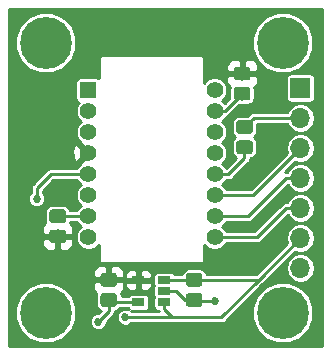
<source format=gbr>
G04 #@! TF.GenerationSoftware,KiCad,Pcbnew,(5.0.0-rc3-dev)*
G04 #@! TF.CreationDate,2018-07-03T21:02:48+03:00*
G04 #@! TF.ProjectId,board,626F6172642E6B696361645F70636200,v0.1*
G04 #@! TF.SameCoordinates,Original*
G04 #@! TF.FileFunction,Copper,L2,Bot,Signal*
G04 #@! TF.FilePolarity,Positive*
%FSLAX46Y46*%
G04 Gerber Fmt 4.6, Leading zero omitted, Abs format (unit mm)*
G04 Created by KiCad (PCBNEW (5.0.0-rc3-dev)) date Tue Jul  3 21:02:48 2018*
%MOMM*%
%LPD*%
G01*
G04 APERTURE LIST*
G04 #@! TA.AperFunction,ComponentPad*
%ADD10C,0.700000*%
G04 #@! TD*
G04 #@! TA.AperFunction,ComponentPad*
%ADD11C,4.400000*%
G04 #@! TD*
G04 #@! TA.AperFunction,ComponentPad*
%ADD12R,1.700000X1.700000*%
G04 #@! TD*
G04 #@! TA.AperFunction,ComponentPad*
%ADD13O,1.700000X1.700000*%
G04 #@! TD*
G04 #@! TA.AperFunction,Conductor*
%ADD14C,0.100000*%
G04 #@! TD*
G04 #@! TA.AperFunction,SMDPad,CuDef*
%ADD15C,1.150000*%
G04 #@! TD*
G04 #@! TA.AperFunction,SMDPad,CuDef*
%ADD16R,1.060000X0.650000*%
G04 #@! TD*
G04 #@! TA.AperFunction,ComponentPad*
%ADD17C,1.400000*%
G04 #@! TD*
G04 #@! TA.AperFunction,ComponentPad*
%ADD18R,1.400000X1.400000*%
G04 #@! TD*
G04 #@! TA.AperFunction,ViaPad*
%ADD19C,0.685800*%
G04 #@! TD*
G04 #@! TA.AperFunction,Conductor*
%ADD20C,0.254000*%
G04 #@! TD*
G04 APERTURE END LIST*
D10*
G04 #@! TO.P,J6,1*
G04 #@! TO.N,Net-(J6-Pad1)*
X140612726Y-48363274D03*
X139446000Y-47880000D03*
X138279274Y-48363274D03*
X137796000Y-49530000D03*
X138279274Y-50696726D03*
X139446000Y-51180000D03*
X140612726Y-50696726D03*
X141096000Y-49530000D03*
D11*
X139446000Y-49530000D03*
G04 #@! TD*
G04 #@! TO.P,J5,1*
G04 #@! TO.N,Net-(J5-Pad1)*
X139446000Y-72390000D03*
D10*
X141096000Y-72390000D03*
X140612726Y-73556726D03*
X139446000Y-74040000D03*
X138279274Y-73556726D03*
X137796000Y-72390000D03*
X138279274Y-71223274D03*
X139446000Y-70740000D03*
X140612726Y-71223274D03*
G04 #@! TD*
G04 #@! TO.P,J4,1*
G04 #@! TO.N,Net-(J4-Pad1)*
X120546726Y-48363274D03*
X119380000Y-47880000D03*
X118213274Y-48363274D03*
X117730000Y-49530000D03*
X118213274Y-50696726D03*
X119380000Y-51180000D03*
X120546726Y-50696726D03*
X121030000Y-49530000D03*
D11*
X119380000Y-49530000D03*
G04 #@! TD*
G04 #@! TO.P,J3,1*
G04 #@! TO.N,Net-(J3-Pad1)*
X119380000Y-72390000D03*
D10*
X121030000Y-72390000D03*
X120546726Y-73556726D03*
X119380000Y-74040000D03*
X118213274Y-73556726D03*
X117730000Y-72390000D03*
X118213274Y-71223274D03*
X119380000Y-70740000D03*
X120546726Y-71223274D03*
G04 #@! TD*
D12*
G04 #@! TO.P,J2,1*
G04 #@! TO.N,/SS*
X140944600Y-53365400D03*
D13*
G04 #@! TO.P,J2,2*
G04 #@! TO.N,/MISO*
X140944600Y-55905400D03*
G04 #@! TO.P,J2,3*
G04 #@! TO.N,/MOSI*
X140944600Y-58445400D03*
G04 #@! TO.P,J2,4*
G04 #@! TO.N,/SCLK*
X140944600Y-60985400D03*
G04 #@! TO.P,J2,5*
G04 #@! TO.N,/MOTION*
X140944600Y-63525400D03*
G04 #@! TO.P,J2,6*
G04 #@! TO.N,+3V3*
X140944600Y-66065400D03*
G04 #@! TO.P,J2,7*
G04 #@! TO.N,GND*
X140944600Y-68605400D03*
G04 #@! TD*
D14*
G04 #@! TO.N,GND*
G04 #@! TO.C,C4*
G36*
X125188505Y-70729204D02*
X125212773Y-70732804D01*
X125236572Y-70738765D01*
X125259671Y-70747030D01*
X125281850Y-70757520D01*
X125302893Y-70770132D01*
X125322599Y-70784747D01*
X125340777Y-70801223D01*
X125357253Y-70819401D01*
X125371868Y-70839107D01*
X125384480Y-70860150D01*
X125394970Y-70882329D01*
X125403235Y-70905428D01*
X125409196Y-70929227D01*
X125412796Y-70953495D01*
X125414000Y-70977999D01*
X125414000Y-71628001D01*
X125412796Y-71652505D01*
X125409196Y-71676773D01*
X125403235Y-71700572D01*
X125394970Y-71723671D01*
X125384480Y-71745850D01*
X125371868Y-71766893D01*
X125357253Y-71786599D01*
X125340777Y-71804777D01*
X125322599Y-71821253D01*
X125302893Y-71835868D01*
X125281850Y-71848480D01*
X125259671Y-71858970D01*
X125236572Y-71867235D01*
X125212773Y-71873196D01*
X125188505Y-71876796D01*
X125164001Y-71878000D01*
X124263999Y-71878000D01*
X124239495Y-71876796D01*
X124215227Y-71873196D01*
X124191428Y-71867235D01*
X124168329Y-71858970D01*
X124146150Y-71848480D01*
X124125107Y-71835868D01*
X124105401Y-71821253D01*
X124087223Y-71804777D01*
X124070747Y-71786599D01*
X124056132Y-71766893D01*
X124043520Y-71745850D01*
X124033030Y-71723671D01*
X124024765Y-71700572D01*
X124018804Y-71676773D01*
X124015204Y-71652505D01*
X124014000Y-71628001D01*
X124014000Y-70977999D01*
X124015204Y-70953495D01*
X124018804Y-70929227D01*
X124024765Y-70905428D01*
X124033030Y-70882329D01*
X124043520Y-70860150D01*
X124056132Y-70839107D01*
X124070747Y-70819401D01*
X124087223Y-70801223D01*
X124105401Y-70784747D01*
X124125107Y-70770132D01*
X124146150Y-70757520D01*
X124168329Y-70747030D01*
X124191428Y-70738765D01*
X124215227Y-70732804D01*
X124239495Y-70729204D01*
X124263999Y-70728000D01*
X125164001Y-70728000D01*
X125188505Y-70729204D01*
X125188505Y-70729204D01*
G37*
D15*
G04 #@! TD*
G04 #@! TO.P,C4,2*
G04 #@! TO.N,GND*
X124714000Y-71303000D03*
D14*
G04 #@! TO.N,1.9V*
G04 #@! TO.C,C4*
G36*
X125188505Y-69029204D02*
X125212773Y-69032804D01*
X125236572Y-69038765D01*
X125259671Y-69047030D01*
X125281850Y-69057520D01*
X125302893Y-69070132D01*
X125322599Y-69084747D01*
X125340777Y-69101223D01*
X125357253Y-69119401D01*
X125371868Y-69139107D01*
X125384480Y-69160150D01*
X125394970Y-69182329D01*
X125403235Y-69205428D01*
X125409196Y-69229227D01*
X125412796Y-69253495D01*
X125414000Y-69277999D01*
X125414000Y-69928001D01*
X125412796Y-69952505D01*
X125409196Y-69976773D01*
X125403235Y-70000572D01*
X125394970Y-70023671D01*
X125384480Y-70045850D01*
X125371868Y-70066893D01*
X125357253Y-70086599D01*
X125340777Y-70104777D01*
X125322599Y-70121253D01*
X125302893Y-70135868D01*
X125281850Y-70148480D01*
X125259671Y-70158970D01*
X125236572Y-70167235D01*
X125212773Y-70173196D01*
X125188505Y-70176796D01*
X125164001Y-70178000D01*
X124263999Y-70178000D01*
X124239495Y-70176796D01*
X124215227Y-70173196D01*
X124191428Y-70167235D01*
X124168329Y-70158970D01*
X124146150Y-70148480D01*
X124125107Y-70135868D01*
X124105401Y-70121253D01*
X124087223Y-70104777D01*
X124070747Y-70086599D01*
X124056132Y-70066893D01*
X124043520Y-70045850D01*
X124033030Y-70023671D01*
X124024765Y-70000572D01*
X124018804Y-69976773D01*
X124015204Y-69952505D01*
X124014000Y-69928001D01*
X124014000Y-69277999D01*
X124015204Y-69253495D01*
X124018804Y-69229227D01*
X124024765Y-69205428D01*
X124033030Y-69182329D01*
X124043520Y-69160150D01*
X124056132Y-69139107D01*
X124070747Y-69119401D01*
X124087223Y-69101223D01*
X124105401Y-69084747D01*
X124125107Y-69070132D01*
X124146150Y-69057520D01*
X124168329Y-69047030D01*
X124191428Y-69038765D01*
X124215227Y-69032804D01*
X124239495Y-69029204D01*
X124263999Y-69028000D01*
X125164001Y-69028000D01*
X125188505Y-69029204D01*
X125188505Y-69029204D01*
G37*
D15*
G04 #@! TD*
G04 #@! TO.P,C4,1*
G04 #@! TO.N,1.9V*
X124714000Y-69603000D03*
D14*
G04 #@! TO.N,+3V3*
G04 #@! TO.C,C3*
G36*
X132427505Y-69029204D02*
X132451773Y-69032804D01*
X132475572Y-69038765D01*
X132498671Y-69047030D01*
X132520850Y-69057520D01*
X132541893Y-69070132D01*
X132561599Y-69084747D01*
X132579777Y-69101223D01*
X132596253Y-69119401D01*
X132610868Y-69139107D01*
X132623480Y-69160150D01*
X132633970Y-69182329D01*
X132642235Y-69205428D01*
X132648196Y-69229227D01*
X132651796Y-69253495D01*
X132653000Y-69277999D01*
X132653000Y-69928001D01*
X132651796Y-69952505D01*
X132648196Y-69976773D01*
X132642235Y-70000572D01*
X132633970Y-70023671D01*
X132623480Y-70045850D01*
X132610868Y-70066893D01*
X132596253Y-70086599D01*
X132579777Y-70104777D01*
X132561599Y-70121253D01*
X132541893Y-70135868D01*
X132520850Y-70148480D01*
X132498671Y-70158970D01*
X132475572Y-70167235D01*
X132451773Y-70173196D01*
X132427505Y-70176796D01*
X132403001Y-70178000D01*
X131502999Y-70178000D01*
X131478495Y-70176796D01*
X131454227Y-70173196D01*
X131430428Y-70167235D01*
X131407329Y-70158970D01*
X131385150Y-70148480D01*
X131364107Y-70135868D01*
X131344401Y-70121253D01*
X131326223Y-70104777D01*
X131309747Y-70086599D01*
X131295132Y-70066893D01*
X131282520Y-70045850D01*
X131272030Y-70023671D01*
X131263765Y-70000572D01*
X131257804Y-69976773D01*
X131254204Y-69952505D01*
X131253000Y-69928001D01*
X131253000Y-69277999D01*
X131254204Y-69253495D01*
X131257804Y-69229227D01*
X131263765Y-69205428D01*
X131272030Y-69182329D01*
X131282520Y-69160150D01*
X131295132Y-69139107D01*
X131309747Y-69119401D01*
X131326223Y-69101223D01*
X131344401Y-69084747D01*
X131364107Y-69070132D01*
X131385150Y-69057520D01*
X131407329Y-69047030D01*
X131430428Y-69038765D01*
X131454227Y-69032804D01*
X131478495Y-69029204D01*
X131502999Y-69028000D01*
X132403001Y-69028000D01*
X132427505Y-69029204D01*
X132427505Y-69029204D01*
G37*
D15*
G04 #@! TD*
G04 #@! TO.P,C3,1*
G04 #@! TO.N,+3V3*
X131953000Y-69603000D03*
D14*
G04 #@! TO.N,GND*
G04 #@! TO.C,C3*
G36*
X132427505Y-70729204D02*
X132451773Y-70732804D01*
X132475572Y-70738765D01*
X132498671Y-70747030D01*
X132520850Y-70757520D01*
X132541893Y-70770132D01*
X132561599Y-70784747D01*
X132579777Y-70801223D01*
X132596253Y-70819401D01*
X132610868Y-70839107D01*
X132623480Y-70860150D01*
X132633970Y-70882329D01*
X132642235Y-70905428D01*
X132648196Y-70929227D01*
X132651796Y-70953495D01*
X132653000Y-70977999D01*
X132653000Y-71628001D01*
X132651796Y-71652505D01*
X132648196Y-71676773D01*
X132642235Y-71700572D01*
X132633970Y-71723671D01*
X132623480Y-71745850D01*
X132610868Y-71766893D01*
X132596253Y-71786599D01*
X132579777Y-71804777D01*
X132561599Y-71821253D01*
X132541893Y-71835868D01*
X132520850Y-71848480D01*
X132498671Y-71858970D01*
X132475572Y-71867235D01*
X132451773Y-71873196D01*
X132427505Y-71876796D01*
X132403001Y-71878000D01*
X131502999Y-71878000D01*
X131478495Y-71876796D01*
X131454227Y-71873196D01*
X131430428Y-71867235D01*
X131407329Y-71858970D01*
X131385150Y-71848480D01*
X131364107Y-71835868D01*
X131344401Y-71821253D01*
X131326223Y-71804777D01*
X131309747Y-71786599D01*
X131295132Y-71766893D01*
X131282520Y-71745850D01*
X131272030Y-71723671D01*
X131263765Y-71700572D01*
X131257804Y-71676773D01*
X131254204Y-71652505D01*
X131253000Y-71628001D01*
X131253000Y-70977999D01*
X131254204Y-70953495D01*
X131257804Y-70929227D01*
X131263765Y-70905428D01*
X131272030Y-70882329D01*
X131282520Y-70860150D01*
X131295132Y-70839107D01*
X131309747Y-70819401D01*
X131326223Y-70801223D01*
X131344401Y-70784747D01*
X131364107Y-70770132D01*
X131385150Y-70757520D01*
X131407329Y-70747030D01*
X131430428Y-70738765D01*
X131454227Y-70732804D01*
X131478495Y-70729204D01*
X131502999Y-70728000D01*
X132403001Y-70728000D01*
X132427505Y-70729204D01*
X132427505Y-70729204D01*
G37*
D15*
G04 #@! TD*
G04 #@! TO.P,C3,2*
G04 #@! TO.N,GND*
X131953000Y-71303000D03*
D16*
G04 #@! TO.P,U1,1*
G04 #@! TO.N,+3V3*
X129416356Y-69623000D03*
G04 #@! TO.P,U1,2*
G04 #@! TO.N,GND*
X129416356Y-70573000D03*
G04 #@! TO.P,U1,3*
G04 #@! TO.N,+3V3*
X129416356Y-71523000D03*
G04 #@! TO.P,U1,4*
G04 #@! TO.N,GND*
X127216356Y-71523000D03*
G04 #@! TO.P,U1,5*
G04 #@! TO.N,1.9V*
X127216356Y-69623000D03*
G04 #@! TD*
D17*
G04 #@! TO.P,J1,9*
G04 #@! TO.N,/MOTION*
X133686800Y-66003200D03*
D18*
G04 #@! TO.P,J1,1*
G04 #@! TO.N,Net-(J1-Pad1)*
X122986800Y-53543200D03*
D17*
G04 #@! TO.P,J1,10*
G04 #@! TO.N,/SCLK*
X133686800Y-64223200D03*
G04 #@! TO.P,J1,2*
G04 #@! TO.N,Net-(J1-Pad2)*
X122986800Y-55323200D03*
G04 #@! TO.P,J1,11*
G04 #@! TO.N,/MOSI*
X133686800Y-62443200D03*
G04 #@! TO.P,J1,3*
G04 #@! TO.N,Net-(C1-Pad1)*
X122986800Y-57103200D03*
G04 #@! TO.P,J1,12*
G04 #@! TO.N,Net-(J1-Pad12)*
X133686800Y-60663200D03*
G04 #@! TO.P,J1,4*
G04 #@! TO.N,1.9V*
X122986800Y-58883200D03*
G04 #@! TO.P,J1,13*
G04 #@! TO.N,/SS*
X133686800Y-58883200D03*
G04 #@! TO.P,J1,5*
G04 #@! TO.N,+3V3*
X122986800Y-60663200D03*
G04 #@! TO.P,J1,14*
G04 #@! TO.N,Net-(J1-Pad14)*
X133686800Y-57103200D03*
G04 #@! TO.P,J1,6*
G04 #@! TO.N,Net-(J1-Pad6)*
X122986800Y-62443200D03*
G04 #@! TO.P,J1,15*
G04 #@! TO.N,/LED_P*
X133686800Y-55323200D03*
G04 #@! TO.P,J1,7*
G04 #@! TO.N,/RESET*
X122986800Y-64223200D03*
G04 #@! TO.P,J1,16*
G04 #@! TO.N,Net-(J1-Pad16)*
X133686800Y-53543200D03*
G04 #@! TO.P,J1,8*
G04 #@! TO.N,GND*
X122986800Y-66003200D03*
G04 #@! TD*
D14*
G04 #@! TO.N,/MISO*
G04 #@! TO.C,R4*
G36*
X136682005Y-56107204D02*
X136706273Y-56110804D01*
X136730072Y-56116765D01*
X136753171Y-56125030D01*
X136775350Y-56135520D01*
X136796393Y-56148132D01*
X136816099Y-56162747D01*
X136834277Y-56179223D01*
X136850753Y-56197401D01*
X136865368Y-56217107D01*
X136877980Y-56238150D01*
X136888470Y-56260329D01*
X136896735Y-56283428D01*
X136902696Y-56307227D01*
X136906296Y-56331495D01*
X136907500Y-56355999D01*
X136907500Y-57006001D01*
X136906296Y-57030505D01*
X136902696Y-57054773D01*
X136896735Y-57078572D01*
X136888470Y-57101671D01*
X136877980Y-57123850D01*
X136865368Y-57144893D01*
X136850753Y-57164599D01*
X136834277Y-57182777D01*
X136816099Y-57199253D01*
X136796393Y-57213868D01*
X136775350Y-57226480D01*
X136753171Y-57236970D01*
X136730072Y-57245235D01*
X136706273Y-57251196D01*
X136682005Y-57254796D01*
X136657501Y-57256000D01*
X135757499Y-57256000D01*
X135732995Y-57254796D01*
X135708727Y-57251196D01*
X135684928Y-57245235D01*
X135661829Y-57236970D01*
X135639650Y-57226480D01*
X135618607Y-57213868D01*
X135598901Y-57199253D01*
X135580723Y-57182777D01*
X135564247Y-57164599D01*
X135549632Y-57144893D01*
X135537020Y-57123850D01*
X135526530Y-57101671D01*
X135518265Y-57078572D01*
X135512304Y-57054773D01*
X135508704Y-57030505D01*
X135507500Y-57006001D01*
X135507500Y-56355999D01*
X135508704Y-56331495D01*
X135512304Y-56307227D01*
X135518265Y-56283428D01*
X135526530Y-56260329D01*
X135537020Y-56238150D01*
X135549632Y-56217107D01*
X135564247Y-56197401D01*
X135580723Y-56179223D01*
X135598901Y-56162747D01*
X135618607Y-56148132D01*
X135639650Y-56135520D01*
X135661829Y-56125030D01*
X135684928Y-56116765D01*
X135708727Y-56110804D01*
X135732995Y-56107204D01*
X135757499Y-56106000D01*
X136657501Y-56106000D01*
X136682005Y-56107204D01*
X136682005Y-56107204D01*
G37*
D15*
G04 #@! TD*
G04 #@! TO.P,R4,2*
G04 #@! TO.N,/MISO*
X136207500Y-56681000D03*
D14*
G04 #@! TO.N,Net-(J1-Pad12)*
G04 #@! TO.C,R4*
G36*
X136682005Y-57807204D02*
X136706273Y-57810804D01*
X136730072Y-57816765D01*
X136753171Y-57825030D01*
X136775350Y-57835520D01*
X136796393Y-57848132D01*
X136816099Y-57862747D01*
X136834277Y-57879223D01*
X136850753Y-57897401D01*
X136865368Y-57917107D01*
X136877980Y-57938150D01*
X136888470Y-57960329D01*
X136896735Y-57983428D01*
X136902696Y-58007227D01*
X136906296Y-58031495D01*
X136907500Y-58055999D01*
X136907500Y-58706001D01*
X136906296Y-58730505D01*
X136902696Y-58754773D01*
X136896735Y-58778572D01*
X136888470Y-58801671D01*
X136877980Y-58823850D01*
X136865368Y-58844893D01*
X136850753Y-58864599D01*
X136834277Y-58882777D01*
X136816099Y-58899253D01*
X136796393Y-58913868D01*
X136775350Y-58926480D01*
X136753171Y-58936970D01*
X136730072Y-58945235D01*
X136706273Y-58951196D01*
X136682005Y-58954796D01*
X136657501Y-58956000D01*
X135757499Y-58956000D01*
X135732995Y-58954796D01*
X135708727Y-58951196D01*
X135684928Y-58945235D01*
X135661829Y-58936970D01*
X135639650Y-58926480D01*
X135618607Y-58913868D01*
X135598901Y-58899253D01*
X135580723Y-58882777D01*
X135564247Y-58864599D01*
X135549632Y-58844893D01*
X135537020Y-58823850D01*
X135526530Y-58801671D01*
X135518265Y-58778572D01*
X135512304Y-58754773D01*
X135508704Y-58730505D01*
X135507500Y-58706001D01*
X135507500Y-58055999D01*
X135508704Y-58031495D01*
X135512304Y-58007227D01*
X135518265Y-57983428D01*
X135526530Y-57960329D01*
X135537020Y-57938150D01*
X135549632Y-57917107D01*
X135564247Y-57897401D01*
X135580723Y-57879223D01*
X135598901Y-57862747D01*
X135618607Y-57848132D01*
X135639650Y-57835520D01*
X135661829Y-57825030D01*
X135684928Y-57816765D01*
X135708727Y-57810804D01*
X135732995Y-57807204D01*
X135757499Y-57806000D01*
X136657501Y-57806000D01*
X136682005Y-57807204D01*
X136682005Y-57807204D01*
G37*
D15*
G04 #@! TD*
G04 #@! TO.P,R4,1*
G04 #@! TO.N,Net-(J1-Pad12)*
X136207500Y-58381000D03*
D14*
G04 #@! TO.N,1.9V*
G04 #@! TO.C,R3*
G36*
X120870505Y-65349404D02*
X120894773Y-65353004D01*
X120918572Y-65358965D01*
X120941671Y-65367230D01*
X120963850Y-65377720D01*
X120984893Y-65390332D01*
X121004599Y-65404947D01*
X121022777Y-65421423D01*
X121039253Y-65439601D01*
X121053868Y-65459307D01*
X121066480Y-65480350D01*
X121076970Y-65502529D01*
X121085235Y-65525628D01*
X121091196Y-65549427D01*
X121094796Y-65573695D01*
X121096000Y-65598199D01*
X121096000Y-66248201D01*
X121094796Y-66272705D01*
X121091196Y-66296973D01*
X121085235Y-66320772D01*
X121076970Y-66343871D01*
X121066480Y-66366050D01*
X121053868Y-66387093D01*
X121039253Y-66406799D01*
X121022777Y-66424977D01*
X121004599Y-66441453D01*
X120984893Y-66456068D01*
X120963850Y-66468680D01*
X120941671Y-66479170D01*
X120918572Y-66487435D01*
X120894773Y-66493396D01*
X120870505Y-66496996D01*
X120846001Y-66498200D01*
X119945999Y-66498200D01*
X119921495Y-66496996D01*
X119897227Y-66493396D01*
X119873428Y-66487435D01*
X119850329Y-66479170D01*
X119828150Y-66468680D01*
X119807107Y-66456068D01*
X119787401Y-66441453D01*
X119769223Y-66424977D01*
X119752747Y-66406799D01*
X119738132Y-66387093D01*
X119725520Y-66366050D01*
X119715030Y-66343871D01*
X119706765Y-66320772D01*
X119700804Y-66296973D01*
X119697204Y-66272705D01*
X119696000Y-66248201D01*
X119696000Y-65598199D01*
X119697204Y-65573695D01*
X119700804Y-65549427D01*
X119706765Y-65525628D01*
X119715030Y-65502529D01*
X119725520Y-65480350D01*
X119738132Y-65459307D01*
X119752747Y-65439601D01*
X119769223Y-65421423D01*
X119787401Y-65404947D01*
X119807107Y-65390332D01*
X119828150Y-65377720D01*
X119850329Y-65367230D01*
X119873428Y-65358965D01*
X119897227Y-65353004D01*
X119921495Y-65349404D01*
X119945999Y-65348200D01*
X120846001Y-65348200D01*
X120870505Y-65349404D01*
X120870505Y-65349404D01*
G37*
D15*
G04 #@! TD*
G04 #@! TO.P,R3,1*
G04 #@! TO.N,1.9V*
X120396000Y-65923200D03*
D14*
G04 #@! TO.N,/RESET*
G04 #@! TO.C,R3*
G36*
X120870505Y-63649404D02*
X120894773Y-63653004D01*
X120918572Y-63658965D01*
X120941671Y-63667230D01*
X120963850Y-63677720D01*
X120984893Y-63690332D01*
X121004599Y-63704947D01*
X121022777Y-63721423D01*
X121039253Y-63739601D01*
X121053868Y-63759307D01*
X121066480Y-63780350D01*
X121076970Y-63802529D01*
X121085235Y-63825628D01*
X121091196Y-63849427D01*
X121094796Y-63873695D01*
X121096000Y-63898199D01*
X121096000Y-64548201D01*
X121094796Y-64572705D01*
X121091196Y-64596973D01*
X121085235Y-64620772D01*
X121076970Y-64643871D01*
X121066480Y-64666050D01*
X121053868Y-64687093D01*
X121039253Y-64706799D01*
X121022777Y-64724977D01*
X121004599Y-64741453D01*
X120984893Y-64756068D01*
X120963850Y-64768680D01*
X120941671Y-64779170D01*
X120918572Y-64787435D01*
X120894773Y-64793396D01*
X120870505Y-64796996D01*
X120846001Y-64798200D01*
X119945999Y-64798200D01*
X119921495Y-64796996D01*
X119897227Y-64793396D01*
X119873428Y-64787435D01*
X119850329Y-64779170D01*
X119828150Y-64768680D01*
X119807107Y-64756068D01*
X119787401Y-64741453D01*
X119769223Y-64724977D01*
X119752747Y-64706799D01*
X119738132Y-64687093D01*
X119725520Y-64666050D01*
X119715030Y-64643871D01*
X119706765Y-64620772D01*
X119700804Y-64596973D01*
X119697204Y-64572705D01*
X119696000Y-64548201D01*
X119696000Y-63898199D01*
X119697204Y-63873695D01*
X119700804Y-63849427D01*
X119706765Y-63825628D01*
X119715030Y-63802529D01*
X119725520Y-63780350D01*
X119738132Y-63759307D01*
X119752747Y-63739601D01*
X119769223Y-63721423D01*
X119787401Y-63704947D01*
X119807107Y-63690332D01*
X119828150Y-63677720D01*
X119850329Y-63667230D01*
X119873428Y-63658965D01*
X119897227Y-63653004D01*
X119921495Y-63649404D01*
X119945999Y-63648200D01*
X120846001Y-63648200D01*
X120870505Y-63649404D01*
X120870505Y-63649404D01*
G37*
D15*
G04 #@! TD*
G04 #@! TO.P,R3,2*
G04 #@! TO.N,/RESET*
X120396000Y-64223200D03*
D14*
G04 #@! TO.N,1.9V*
G04 #@! TO.C,R2*
G36*
X136491505Y-51574204D02*
X136515773Y-51577804D01*
X136539572Y-51583765D01*
X136562671Y-51592030D01*
X136584850Y-51602520D01*
X136605893Y-51615132D01*
X136625599Y-51629747D01*
X136643777Y-51646223D01*
X136660253Y-51664401D01*
X136674868Y-51684107D01*
X136687480Y-51705150D01*
X136697970Y-51727329D01*
X136706235Y-51750428D01*
X136712196Y-51774227D01*
X136715796Y-51798495D01*
X136717000Y-51822999D01*
X136717000Y-52473001D01*
X136715796Y-52497505D01*
X136712196Y-52521773D01*
X136706235Y-52545572D01*
X136697970Y-52568671D01*
X136687480Y-52590850D01*
X136674868Y-52611893D01*
X136660253Y-52631599D01*
X136643777Y-52649777D01*
X136625599Y-52666253D01*
X136605893Y-52680868D01*
X136584850Y-52693480D01*
X136562671Y-52703970D01*
X136539572Y-52712235D01*
X136515773Y-52718196D01*
X136491505Y-52721796D01*
X136467001Y-52723000D01*
X135566999Y-52723000D01*
X135542495Y-52721796D01*
X135518227Y-52718196D01*
X135494428Y-52712235D01*
X135471329Y-52703970D01*
X135449150Y-52693480D01*
X135428107Y-52680868D01*
X135408401Y-52666253D01*
X135390223Y-52649777D01*
X135373747Y-52631599D01*
X135359132Y-52611893D01*
X135346520Y-52590850D01*
X135336030Y-52568671D01*
X135327765Y-52545572D01*
X135321804Y-52521773D01*
X135318204Y-52497505D01*
X135317000Y-52473001D01*
X135317000Y-51822999D01*
X135318204Y-51798495D01*
X135321804Y-51774227D01*
X135327765Y-51750428D01*
X135336030Y-51727329D01*
X135346520Y-51705150D01*
X135359132Y-51684107D01*
X135373747Y-51664401D01*
X135390223Y-51646223D01*
X135408401Y-51629747D01*
X135428107Y-51615132D01*
X135449150Y-51602520D01*
X135471329Y-51592030D01*
X135494428Y-51583765D01*
X135518227Y-51577804D01*
X135542495Y-51574204D01*
X135566999Y-51573000D01*
X136467001Y-51573000D01*
X136491505Y-51574204D01*
X136491505Y-51574204D01*
G37*
D15*
G04 #@! TD*
G04 #@! TO.P,R2,2*
G04 #@! TO.N,1.9V*
X136017000Y-52148000D03*
D14*
G04 #@! TO.N,/LED_P*
G04 #@! TO.C,R2*
G36*
X136491505Y-53274204D02*
X136515773Y-53277804D01*
X136539572Y-53283765D01*
X136562671Y-53292030D01*
X136584850Y-53302520D01*
X136605893Y-53315132D01*
X136625599Y-53329747D01*
X136643777Y-53346223D01*
X136660253Y-53364401D01*
X136674868Y-53384107D01*
X136687480Y-53405150D01*
X136697970Y-53427329D01*
X136706235Y-53450428D01*
X136712196Y-53474227D01*
X136715796Y-53498495D01*
X136717000Y-53522999D01*
X136717000Y-54173001D01*
X136715796Y-54197505D01*
X136712196Y-54221773D01*
X136706235Y-54245572D01*
X136697970Y-54268671D01*
X136687480Y-54290850D01*
X136674868Y-54311893D01*
X136660253Y-54331599D01*
X136643777Y-54349777D01*
X136625599Y-54366253D01*
X136605893Y-54380868D01*
X136584850Y-54393480D01*
X136562671Y-54403970D01*
X136539572Y-54412235D01*
X136515773Y-54418196D01*
X136491505Y-54421796D01*
X136467001Y-54423000D01*
X135566999Y-54423000D01*
X135542495Y-54421796D01*
X135518227Y-54418196D01*
X135494428Y-54412235D01*
X135471329Y-54403970D01*
X135449150Y-54393480D01*
X135428107Y-54380868D01*
X135408401Y-54366253D01*
X135390223Y-54349777D01*
X135373747Y-54331599D01*
X135359132Y-54311893D01*
X135346520Y-54290850D01*
X135336030Y-54268671D01*
X135327765Y-54245572D01*
X135321804Y-54221773D01*
X135318204Y-54197505D01*
X135317000Y-54173001D01*
X135317000Y-53522999D01*
X135318204Y-53498495D01*
X135321804Y-53474227D01*
X135327765Y-53450428D01*
X135336030Y-53427329D01*
X135346520Y-53405150D01*
X135359132Y-53384107D01*
X135373747Y-53364401D01*
X135390223Y-53346223D01*
X135408401Y-53329747D01*
X135428107Y-53315132D01*
X135449150Y-53302520D01*
X135471329Y-53292030D01*
X135494428Y-53283765D01*
X135518227Y-53277804D01*
X135542495Y-53274204D01*
X135566999Y-53273000D01*
X136467001Y-53273000D01*
X136491505Y-53274204D01*
X136491505Y-53274204D01*
G37*
D15*
G04 #@! TD*
G04 #@! TO.P,R2,1*
G04 #@! TO.N,/LED_P*
X136017000Y-53848000D03*
D19*
G04 #@! TO.N,+3V3*
X126111000Y-72771000D03*
X118618000Y-62738000D03*
G04 #@! TO.N,GND*
X133731000Y-71374000D03*
X123825000Y-73152000D03*
G04 #@! TD*
D20*
G04 #@! TO.N,Net-(J1-Pad12)*
X133686800Y-60663200D02*
X134853300Y-60663200D01*
X134853300Y-60663200D02*
X136207500Y-59309000D01*
X136207500Y-59309000D02*
X136207500Y-58381000D01*
G04 #@! TO.N,+3V3*
X119803800Y-60663200D02*
X122986800Y-60663200D01*
X129436356Y-69603000D02*
X129416356Y-69623000D01*
X131953000Y-69603000D02*
X129436356Y-69603000D01*
X129416356Y-72098000D02*
X130089356Y-72771000D01*
X129416356Y-71523000D02*
X129416356Y-72098000D01*
X130089356Y-72771000D02*
X130175000Y-72771000D01*
X130089356Y-72771000D02*
X126111000Y-72771000D01*
X130089356Y-72771000D02*
X134239000Y-72771000D01*
X137407000Y-69603000D02*
X137414000Y-69596000D01*
X131953000Y-69603000D02*
X137407000Y-69603000D01*
X134239000Y-72771000D02*
X137414000Y-69596000D01*
X137414000Y-69596000D02*
X140944600Y-66065400D01*
X118618000Y-61849000D02*
X118618000Y-62738000D01*
X119803800Y-60663200D02*
X118618000Y-61849000D01*
G04 #@! TO.N,1.9V*
X124734000Y-69623000D02*
X124714000Y-69603000D01*
X127216356Y-69623000D02*
X124734000Y-69623000D01*
G04 #@! TO.N,/LED_P*
X134541800Y-55323200D02*
X133686800Y-55323200D01*
X136017000Y-53848000D02*
X134541800Y-55323200D01*
G04 #@! TO.N,/RESET*
X121996851Y-64223200D02*
X120396000Y-64223200D01*
X122986800Y-64223200D02*
X121996851Y-64223200D01*
G04 #@! TO.N,/MISO*
X136983100Y-55905400D02*
X136207500Y-56681000D01*
X140944600Y-55905400D02*
X136983100Y-55905400D01*
G04 #@! TO.N,/MOSI*
X136946800Y-62443200D02*
X133686800Y-62443200D01*
X140944600Y-58445400D02*
X136946800Y-62443200D01*
G04 #@! TO.N,/SCLK*
X134676749Y-64223200D02*
X133686800Y-64223200D01*
X136504719Y-64223200D02*
X134676749Y-64223200D01*
X139742519Y-60985400D02*
X136504719Y-64223200D01*
X140944600Y-60985400D02*
X139742519Y-60985400D01*
G04 #@! TO.N,GND*
X130196356Y-70573000D02*
X129416356Y-70573000D01*
X131953000Y-71303000D02*
X131153000Y-71303000D01*
X130423000Y-70573000D02*
X130196356Y-70573000D01*
X131153000Y-71303000D02*
X130423000Y-70573000D01*
X131953000Y-71374000D02*
X133731000Y-71374000D01*
X124934000Y-71523000D02*
X124714000Y-71303000D01*
X127216356Y-71523000D02*
X124934000Y-71523000D01*
X124714000Y-71303000D02*
X124714000Y-72263000D01*
X124714000Y-72263000D02*
X123825000Y-73152000D01*
G04 #@! TO.N,/MOTION*
X134676749Y-66003200D02*
X133686800Y-66003200D01*
X137264719Y-66003200D02*
X134676749Y-66003200D01*
X139742519Y-63525400D02*
X137264719Y-66003200D01*
X140944600Y-63525400D02*
X139742519Y-63525400D01*
G04 #@! TD*
G04 #@! TO.N,1.9V*
G36*
X142775001Y-75211000D02*
X116305000Y-75211000D01*
X116305000Y-71876607D01*
X116799000Y-71876607D01*
X116799000Y-72903393D01*
X117191934Y-73852019D01*
X117917981Y-74578066D01*
X118866607Y-74971000D01*
X119893393Y-74971000D01*
X120842019Y-74578066D01*
X121568066Y-73852019D01*
X121917667Y-73008007D01*
X123101100Y-73008007D01*
X123101100Y-73295993D01*
X123211307Y-73562056D01*
X123414944Y-73765693D01*
X123681007Y-73875900D01*
X123968993Y-73875900D01*
X124235056Y-73765693D01*
X124438693Y-73562056D01*
X124548900Y-73295993D01*
X124548900Y-73146520D01*
X125037835Y-72657586D01*
X125080247Y-72629247D01*
X125108586Y-72586835D01*
X125108588Y-72586833D01*
X125192525Y-72461212D01*
X125222000Y-72313032D01*
X125222000Y-72313028D01*
X125231951Y-72263000D01*
X125230028Y-72253330D01*
X125408330Y-72217864D01*
X125615463Y-72079463D01*
X125647845Y-72031000D01*
X126350408Y-72031000D01*
X126401795Y-72107908D01*
X126254993Y-72047100D01*
X125967007Y-72047100D01*
X125700944Y-72157307D01*
X125497307Y-72360944D01*
X125387100Y-72627007D01*
X125387100Y-72914993D01*
X125497307Y-73181056D01*
X125700944Y-73384693D01*
X125967007Y-73494900D01*
X126254993Y-73494900D01*
X126521056Y-73384693D01*
X126626749Y-73279000D01*
X130039328Y-73279000D01*
X130089356Y-73288951D01*
X130139384Y-73279000D01*
X134188972Y-73279000D01*
X134239000Y-73288951D01*
X134289028Y-73279000D01*
X134289032Y-73279000D01*
X134437212Y-73249525D01*
X134605247Y-73137247D01*
X134633588Y-73094832D01*
X135851813Y-71876607D01*
X136865000Y-71876607D01*
X136865000Y-72903393D01*
X137257934Y-73852019D01*
X137983981Y-74578066D01*
X138932607Y-74971000D01*
X139959393Y-74971000D01*
X140908019Y-74578066D01*
X141634066Y-73852019D01*
X142027000Y-72903393D01*
X142027000Y-71876607D01*
X141634066Y-70927981D01*
X140908019Y-70201934D01*
X139959393Y-69809000D01*
X138932607Y-69809000D01*
X137983981Y-70201934D01*
X137257934Y-70927981D01*
X136865000Y-71876607D01*
X135851813Y-71876607D01*
X137730835Y-69997586D01*
X137773247Y-69969247D01*
X137801586Y-69926835D01*
X137808588Y-69919833D01*
X137808590Y-69919830D01*
X139123020Y-68605400D01*
X139689484Y-68605400D01*
X139785024Y-69085712D01*
X140057099Y-69492901D01*
X140464288Y-69764976D01*
X140823361Y-69836400D01*
X141065839Y-69836400D01*
X141424912Y-69764976D01*
X141832101Y-69492901D01*
X142104176Y-69085712D01*
X142199716Y-68605400D01*
X142104176Y-68125088D01*
X141832101Y-67717899D01*
X141424912Y-67445824D01*
X141065839Y-67374400D01*
X140823361Y-67374400D01*
X140464288Y-67445824D01*
X140057099Y-67717899D01*
X139785024Y-68125088D01*
X139689484Y-68605400D01*
X139123020Y-68605400D01*
X140496948Y-67231472D01*
X140823361Y-67296400D01*
X141065839Y-67296400D01*
X141424912Y-67224976D01*
X141832101Y-66952901D01*
X142104176Y-66545712D01*
X142199716Y-66065400D01*
X142104176Y-65585088D01*
X141832101Y-65177899D01*
X141424912Y-64905824D01*
X141065839Y-64834400D01*
X140823361Y-64834400D01*
X140464288Y-64905824D01*
X140057099Y-65177899D01*
X139785024Y-65585088D01*
X139689484Y-66065400D01*
X139778528Y-66513052D01*
X137196580Y-69095000D01*
X133005063Y-69095000D01*
X132992864Y-69033670D01*
X132854463Y-68826537D01*
X132647330Y-68688136D01*
X132403001Y-68639536D01*
X131502999Y-68639536D01*
X131258670Y-68688136D01*
X131051537Y-68826537D01*
X130913136Y-69033670D01*
X130900937Y-69095000D01*
X130268941Y-69095000D01*
X130221042Y-69023314D01*
X130095015Y-68939106D01*
X129946356Y-68909536D01*
X128886356Y-68909536D01*
X128737697Y-68939106D01*
X128611670Y-69023314D01*
X128527462Y-69149341D01*
X128497892Y-69298000D01*
X128497892Y-69948000D01*
X128527462Y-70096659D01*
X128528358Y-70098000D01*
X128527462Y-70099341D01*
X128497892Y-70248000D01*
X128497892Y-70898000D01*
X128527462Y-71046659D01*
X128528358Y-71048000D01*
X128527462Y-71049341D01*
X128497892Y-71198000D01*
X128497892Y-71848000D01*
X128527462Y-71996659D01*
X128611670Y-72122686D01*
X128737697Y-72206894D01*
X128886356Y-72236464D01*
X128925947Y-72236464D01*
X128931225Y-72263000D01*
X126626749Y-72263000D01*
X126578824Y-72215075D01*
X126686356Y-72236464D01*
X127746356Y-72236464D01*
X127895015Y-72206894D01*
X128021042Y-72122686D01*
X128105250Y-71996659D01*
X128134820Y-71848000D01*
X128134820Y-71198000D01*
X128105250Y-71049341D01*
X128021042Y-70923314D01*
X127895015Y-70839106D01*
X127746356Y-70809536D01*
X126686356Y-70809536D01*
X126537697Y-70839106D01*
X126411670Y-70923314D01*
X126350408Y-71015000D01*
X125802464Y-71015000D01*
X125802464Y-70977999D01*
X125753864Y-70733670D01*
X125749088Y-70726521D01*
X125773699Y-70716327D01*
X125952327Y-70537698D01*
X126049000Y-70304309D01*
X126049000Y-69908750D01*
X126051356Y-69908750D01*
X126051356Y-70074310D01*
X126148029Y-70307699D01*
X126326658Y-70486327D01*
X126560047Y-70583000D01*
X126930606Y-70583000D01*
X127089356Y-70424250D01*
X127089356Y-69750000D01*
X127343356Y-69750000D01*
X127343356Y-70424250D01*
X127502106Y-70583000D01*
X127872665Y-70583000D01*
X128106054Y-70486327D01*
X128284683Y-70307699D01*
X128381356Y-70074310D01*
X128381356Y-69908750D01*
X128222606Y-69750000D01*
X127343356Y-69750000D01*
X127089356Y-69750000D01*
X126210106Y-69750000D01*
X126051356Y-69908750D01*
X126049000Y-69908750D01*
X126049000Y-69888750D01*
X125890250Y-69730000D01*
X124841000Y-69730000D01*
X124841000Y-69750000D01*
X124587000Y-69750000D01*
X124587000Y-69730000D01*
X123537750Y-69730000D01*
X123379000Y-69888750D01*
X123379000Y-70304309D01*
X123475673Y-70537698D01*
X123654301Y-70716327D01*
X123678912Y-70726521D01*
X123674136Y-70733670D01*
X123625536Y-70977999D01*
X123625536Y-71628001D01*
X123674136Y-71872330D01*
X123812537Y-72079463D01*
X124019670Y-72217864D01*
X124037224Y-72221356D01*
X123830480Y-72428100D01*
X123681007Y-72428100D01*
X123414944Y-72538307D01*
X123211307Y-72741944D01*
X123101100Y-73008007D01*
X121917667Y-73008007D01*
X121961000Y-72903393D01*
X121961000Y-71876607D01*
X121568066Y-70927981D01*
X120842019Y-70201934D01*
X119893393Y-69809000D01*
X118866607Y-69809000D01*
X117917981Y-70201934D01*
X117191934Y-70927981D01*
X116799000Y-71876607D01*
X116305000Y-71876607D01*
X116305000Y-68901691D01*
X123379000Y-68901691D01*
X123379000Y-69317250D01*
X123537750Y-69476000D01*
X124587000Y-69476000D01*
X124587000Y-68551750D01*
X124841000Y-68551750D01*
X124841000Y-69476000D01*
X125890250Y-69476000D01*
X126049000Y-69317250D01*
X126049000Y-69171690D01*
X126051356Y-69171690D01*
X126051356Y-69337250D01*
X126210106Y-69496000D01*
X127089356Y-69496000D01*
X127089356Y-68821750D01*
X127343356Y-68821750D01*
X127343356Y-69496000D01*
X128222606Y-69496000D01*
X128381356Y-69337250D01*
X128381356Y-69171690D01*
X128284683Y-68938301D01*
X128106054Y-68759673D01*
X127872665Y-68663000D01*
X127502106Y-68663000D01*
X127343356Y-68821750D01*
X127089356Y-68821750D01*
X126930606Y-68663000D01*
X126560047Y-68663000D01*
X126326658Y-68759673D01*
X126148029Y-68938301D01*
X126051356Y-69171690D01*
X126049000Y-69171690D01*
X126049000Y-68901691D01*
X125952327Y-68668302D01*
X125773699Y-68489673D01*
X125540310Y-68393000D01*
X124999750Y-68393000D01*
X124841000Y-68551750D01*
X124587000Y-68551750D01*
X124428250Y-68393000D01*
X123887690Y-68393000D01*
X123654301Y-68489673D01*
X123475673Y-68668302D01*
X123379000Y-68901691D01*
X116305000Y-68901691D01*
X116305000Y-66208950D01*
X119061000Y-66208950D01*
X119061000Y-66624509D01*
X119157673Y-66857898D01*
X119336301Y-67036527D01*
X119569690Y-67133200D01*
X120110250Y-67133200D01*
X120269000Y-66974450D01*
X120269000Y-66050200D01*
X120523000Y-66050200D01*
X120523000Y-66974450D01*
X120681750Y-67133200D01*
X121222310Y-67133200D01*
X121455699Y-67036527D01*
X121634327Y-66857898D01*
X121731000Y-66624509D01*
X121731000Y-66208950D01*
X121572250Y-66050200D01*
X120523000Y-66050200D01*
X120269000Y-66050200D01*
X119219750Y-66050200D01*
X119061000Y-66208950D01*
X116305000Y-66208950D01*
X116305000Y-62594007D01*
X117894100Y-62594007D01*
X117894100Y-62881993D01*
X118004307Y-63148056D01*
X118207944Y-63351693D01*
X118474007Y-63461900D01*
X118761993Y-63461900D01*
X119028056Y-63351693D01*
X119231693Y-63148056D01*
X119341900Y-62881993D01*
X119341900Y-62594007D01*
X119231693Y-62327944D01*
X119126000Y-62222251D01*
X119126000Y-62059420D01*
X120014220Y-61171200D01*
X122027154Y-61171200D01*
X122070372Y-61275537D01*
X122348035Y-61553200D01*
X122070372Y-61830863D01*
X121905800Y-62228176D01*
X121905800Y-62658224D01*
X122070372Y-63055537D01*
X122348035Y-63333200D01*
X122070372Y-63610863D01*
X122027154Y-63715200D01*
X121448063Y-63715200D01*
X121435864Y-63653870D01*
X121297463Y-63446737D01*
X121090330Y-63308336D01*
X120846001Y-63259736D01*
X119945999Y-63259736D01*
X119701670Y-63308336D01*
X119494537Y-63446737D01*
X119356136Y-63653870D01*
X119307536Y-63898199D01*
X119307536Y-64548201D01*
X119356136Y-64792530D01*
X119360912Y-64799679D01*
X119336301Y-64809873D01*
X119157673Y-64988502D01*
X119061000Y-65221891D01*
X119061000Y-65637450D01*
X119219750Y-65796200D01*
X120269000Y-65796200D01*
X120269000Y-65776200D01*
X120523000Y-65776200D01*
X120523000Y-65796200D01*
X121572250Y-65796200D01*
X121731000Y-65637450D01*
X121731000Y-65221891D01*
X121634327Y-64988502D01*
X121455699Y-64809873D01*
X121431088Y-64799679D01*
X121435864Y-64792530D01*
X121448063Y-64731200D01*
X122027154Y-64731200D01*
X122070372Y-64835537D01*
X122348035Y-65113200D01*
X122070372Y-65390863D01*
X121905800Y-65788176D01*
X121905800Y-66218224D01*
X122070372Y-66615537D01*
X122374463Y-66919628D01*
X122771776Y-67084200D01*
X123201824Y-67084200D01*
X123599137Y-66919628D01*
X123884801Y-66633964D01*
X123884801Y-68008229D01*
X123881823Y-68023200D01*
X123893620Y-68082507D01*
X123927215Y-68132785D01*
X123977493Y-68166380D01*
X124021834Y-68175200D01*
X124036800Y-68178177D01*
X124051766Y-68175200D01*
X132621834Y-68175200D01*
X132636800Y-68178177D01*
X132651766Y-68175200D01*
X132696107Y-68166380D01*
X132746385Y-68132785D01*
X132779980Y-68082507D01*
X132791777Y-68023200D01*
X132788800Y-68008234D01*
X132788800Y-66633965D01*
X133074463Y-66919628D01*
X133471776Y-67084200D01*
X133901824Y-67084200D01*
X134299137Y-66919628D01*
X134603228Y-66615537D01*
X134646446Y-66511200D01*
X137214691Y-66511200D01*
X137264719Y-66521151D01*
X137314747Y-66511200D01*
X137314751Y-66511200D01*
X137462931Y-66481725D01*
X137630966Y-66369447D01*
X137659307Y-66327032D01*
X139863372Y-64122967D01*
X140057099Y-64412901D01*
X140464288Y-64684976D01*
X140823361Y-64756400D01*
X141065839Y-64756400D01*
X141424912Y-64684976D01*
X141832101Y-64412901D01*
X142104176Y-64005712D01*
X142199716Y-63525400D01*
X142104176Y-63045088D01*
X141832101Y-62637899D01*
X141424912Y-62365824D01*
X141065839Y-62294400D01*
X140823361Y-62294400D01*
X140464288Y-62365824D01*
X140057099Y-62637899D01*
X139803525Y-63017400D01*
X139792546Y-63017400D01*
X139742518Y-63007449D01*
X139692490Y-63017400D01*
X139692487Y-63017400D01*
X139544307Y-63046875D01*
X139376272Y-63159153D01*
X139347931Y-63201568D01*
X137054299Y-65495200D01*
X134646446Y-65495200D01*
X134603228Y-65390863D01*
X134325565Y-65113200D01*
X134603228Y-64835537D01*
X134646446Y-64731200D01*
X136454691Y-64731200D01*
X136504719Y-64741151D01*
X136554747Y-64731200D01*
X136554751Y-64731200D01*
X136702931Y-64701725D01*
X136870966Y-64589447D01*
X136899307Y-64547032D01*
X139863372Y-61582968D01*
X140057099Y-61872901D01*
X140464288Y-62144976D01*
X140823361Y-62216400D01*
X141065839Y-62216400D01*
X141424912Y-62144976D01*
X141832101Y-61872901D01*
X142104176Y-61465712D01*
X142199716Y-60985400D01*
X142104176Y-60505088D01*
X141832101Y-60097899D01*
X141424912Y-59825824D01*
X141065839Y-59754400D01*
X140823361Y-59754400D01*
X140464288Y-59825824D01*
X140057099Y-60097899D01*
X139803525Y-60477400D01*
X139792547Y-60477400D01*
X139742519Y-60467449D01*
X139692491Y-60477400D01*
X139692487Y-60477400D01*
X139615758Y-60492662D01*
X140496948Y-59611473D01*
X140823361Y-59676400D01*
X141065839Y-59676400D01*
X141424912Y-59604976D01*
X141832101Y-59332901D01*
X142104176Y-58925712D01*
X142199716Y-58445400D01*
X142104176Y-57965088D01*
X141832101Y-57557899D01*
X141424912Y-57285824D01*
X141065839Y-57214400D01*
X140823361Y-57214400D01*
X140464288Y-57285824D01*
X140057099Y-57557899D01*
X139785024Y-57965088D01*
X139689484Y-58445400D01*
X139778527Y-58893052D01*
X136736380Y-61935200D01*
X134646446Y-61935200D01*
X134603228Y-61830863D01*
X134325565Y-61553200D01*
X134603228Y-61275537D01*
X134646446Y-61171200D01*
X134803272Y-61171200D01*
X134853300Y-61181151D01*
X134903328Y-61171200D01*
X134903332Y-61171200D01*
X135051512Y-61141725D01*
X135219547Y-61029447D01*
X135247888Y-60987032D01*
X136531336Y-59703585D01*
X136573747Y-59675247D01*
X136602086Y-59632835D01*
X136602088Y-59632833D01*
X136686025Y-59507212D01*
X136688347Y-59495537D01*
X136715500Y-59359032D01*
X136715500Y-59359029D01*
X136720906Y-59331852D01*
X136901830Y-59295864D01*
X137108963Y-59157463D01*
X137247364Y-58950330D01*
X137295964Y-58706001D01*
X137295964Y-58055999D01*
X137247364Y-57811670D01*
X137108963Y-57604537D01*
X136998906Y-57531000D01*
X137108963Y-57457463D01*
X137247364Y-57250330D01*
X137295964Y-57006001D01*
X137295964Y-56413400D01*
X139803525Y-56413400D01*
X140057099Y-56792901D01*
X140464288Y-57064976D01*
X140823361Y-57136400D01*
X141065839Y-57136400D01*
X141424912Y-57064976D01*
X141832101Y-56792901D01*
X142104176Y-56385712D01*
X142199716Y-55905400D01*
X142104176Y-55425088D01*
X141832101Y-55017899D01*
X141424912Y-54745824D01*
X141065839Y-54674400D01*
X140823361Y-54674400D01*
X140464288Y-54745824D01*
X140057099Y-55017899D01*
X139803525Y-55397400D01*
X137033127Y-55397400D01*
X136983099Y-55387449D01*
X136933071Y-55397400D01*
X136933068Y-55397400D01*
X136793872Y-55425088D01*
X136784888Y-55426875D01*
X136659267Y-55510812D01*
X136659265Y-55510814D01*
X136616853Y-55539153D01*
X136588514Y-55581565D01*
X136452543Y-55717536D01*
X135757499Y-55717536D01*
X135513170Y-55766136D01*
X135306037Y-55904537D01*
X135167636Y-56111670D01*
X135119036Y-56355999D01*
X135119036Y-57006001D01*
X135167636Y-57250330D01*
X135306037Y-57457463D01*
X135416094Y-57531000D01*
X135306037Y-57604537D01*
X135167636Y-57811670D01*
X135119036Y-58055999D01*
X135119036Y-58706001D01*
X135167636Y-58950330D01*
X135306037Y-59157463D01*
X135506603Y-59291476D01*
X134645401Y-60152679D01*
X134603228Y-60050863D01*
X134325565Y-59773200D01*
X134603228Y-59495537D01*
X134767800Y-59098224D01*
X134767800Y-58668176D01*
X134603228Y-58270863D01*
X134325565Y-57993200D01*
X134603228Y-57715537D01*
X134767800Y-57318224D01*
X134767800Y-56888176D01*
X134603228Y-56490863D01*
X134325565Y-56213200D01*
X134603228Y-55935537D01*
X134651349Y-55819361D01*
X134740012Y-55801725D01*
X134908047Y-55689447D01*
X134936388Y-55647032D01*
X135771957Y-54811464D01*
X136467001Y-54811464D01*
X136711330Y-54762864D01*
X136918463Y-54624463D01*
X137056864Y-54417330D01*
X137105464Y-54173001D01*
X137105464Y-53522999D01*
X137056864Y-53278670D01*
X137052088Y-53271521D01*
X137076699Y-53261327D01*
X137255327Y-53082698D01*
X137352000Y-52849309D01*
X137352000Y-52515400D01*
X139706136Y-52515400D01*
X139706136Y-54215400D01*
X139735706Y-54364059D01*
X139819914Y-54490086D01*
X139945941Y-54574294D01*
X140094600Y-54603864D01*
X141794600Y-54603864D01*
X141943259Y-54574294D01*
X142069286Y-54490086D01*
X142153494Y-54364059D01*
X142183064Y-54215400D01*
X142183064Y-52515400D01*
X142153494Y-52366741D01*
X142069286Y-52240714D01*
X141943259Y-52156506D01*
X141794600Y-52126936D01*
X140094600Y-52126936D01*
X139945941Y-52156506D01*
X139819914Y-52240714D01*
X139735706Y-52366741D01*
X139706136Y-52515400D01*
X137352000Y-52515400D01*
X137352000Y-52433750D01*
X137193250Y-52275000D01*
X136144000Y-52275000D01*
X136144000Y-52295000D01*
X135890000Y-52295000D01*
X135890000Y-52275000D01*
X134840750Y-52275000D01*
X134682000Y-52433750D01*
X134682000Y-52849309D01*
X134778673Y-53082698D01*
X134957301Y-53261327D01*
X134981912Y-53271521D01*
X134977136Y-53278670D01*
X134928536Y-53522999D01*
X134928536Y-54173001D01*
X134936009Y-54210570D01*
X134519472Y-54627107D01*
X134325565Y-54433200D01*
X134603228Y-54155537D01*
X134767800Y-53758224D01*
X134767800Y-53328176D01*
X134603228Y-52930863D01*
X134299137Y-52626772D01*
X133901824Y-52462200D01*
X133471776Y-52462200D01*
X133074463Y-52626772D01*
X132788800Y-52912435D01*
X132788800Y-51446691D01*
X134682000Y-51446691D01*
X134682000Y-51862250D01*
X134840750Y-52021000D01*
X135890000Y-52021000D01*
X135890000Y-51096750D01*
X136144000Y-51096750D01*
X136144000Y-52021000D01*
X137193250Y-52021000D01*
X137352000Y-51862250D01*
X137352000Y-51446691D01*
X137255327Y-51213302D01*
X137076699Y-51034673D01*
X136843310Y-50938000D01*
X136302750Y-50938000D01*
X136144000Y-51096750D01*
X135890000Y-51096750D01*
X135731250Y-50938000D01*
X135190690Y-50938000D01*
X134957301Y-51034673D01*
X134778673Y-51213302D01*
X134682000Y-51446691D01*
X132788800Y-51446691D01*
X132788800Y-50778166D01*
X132791777Y-50763200D01*
X132779980Y-50703893D01*
X132746385Y-50653615D01*
X132696107Y-50620020D01*
X132651766Y-50611200D01*
X132636800Y-50608223D01*
X132621834Y-50611200D01*
X124051766Y-50611200D01*
X124036800Y-50608223D01*
X124021834Y-50611200D01*
X123977493Y-50620020D01*
X123927215Y-50653615D01*
X123893620Y-50703893D01*
X123881823Y-50763200D01*
X123884800Y-50778166D01*
X123884800Y-52517274D01*
X123835459Y-52484306D01*
X123686800Y-52454736D01*
X122286800Y-52454736D01*
X122138141Y-52484306D01*
X122012114Y-52568514D01*
X121927906Y-52694541D01*
X121898336Y-52843200D01*
X121898336Y-54243200D01*
X121927906Y-54391859D01*
X122012114Y-54517886D01*
X122138141Y-54602094D01*
X122172339Y-54608896D01*
X122070372Y-54710863D01*
X121905800Y-55108176D01*
X121905800Y-55538224D01*
X122070372Y-55935537D01*
X122348035Y-56213200D01*
X122070372Y-56490863D01*
X121905800Y-56888176D01*
X121905800Y-57318224D01*
X122070372Y-57715537D01*
X122246014Y-57891179D01*
X122231131Y-57947925D01*
X122986800Y-58703595D01*
X123000942Y-58689452D01*
X123180548Y-58869058D01*
X123166405Y-58883200D01*
X123180548Y-58897342D01*
X123000942Y-59076948D01*
X122986800Y-59062805D01*
X122231131Y-59818475D01*
X122246014Y-59875221D01*
X122070372Y-60050863D01*
X122027154Y-60155200D01*
X119853827Y-60155200D01*
X119803799Y-60145249D01*
X119753771Y-60155200D01*
X119753768Y-60155200D01*
X119605588Y-60184675D01*
X119437553Y-60296953D01*
X119409212Y-60339368D01*
X118294168Y-61454412D01*
X118251753Y-61482753D01*
X118139475Y-61650789D01*
X118110000Y-61798969D01*
X118110000Y-61798972D01*
X118100049Y-61849000D01*
X118110000Y-61899028D01*
X118110000Y-62222251D01*
X118004307Y-62327944D01*
X117894100Y-62594007D01*
X116305000Y-62594007D01*
X116305000Y-58690322D01*
X121639381Y-58690322D01*
X121668136Y-59220640D01*
X121815758Y-59577031D01*
X122051525Y-59638869D01*
X122807195Y-58883200D01*
X122051525Y-58127531D01*
X121815758Y-58189369D01*
X121639381Y-58690322D01*
X116305000Y-58690322D01*
X116305000Y-49016607D01*
X116799000Y-49016607D01*
X116799000Y-50043393D01*
X117191934Y-50992019D01*
X117917981Y-51718066D01*
X118866607Y-52111000D01*
X119893393Y-52111000D01*
X120842019Y-51718066D01*
X121568066Y-50992019D01*
X121961000Y-50043393D01*
X121961000Y-49016607D01*
X136865000Y-49016607D01*
X136865000Y-50043393D01*
X137257934Y-50992019D01*
X137983981Y-51718066D01*
X138932607Y-52111000D01*
X139959393Y-52111000D01*
X140908019Y-51718066D01*
X141634066Y-50992019D01*
X142027000Y-50043393D01*
X142027000Y-49016607D01*
X141634066Y-48067981D01*
X140908019Y-47341934D01*
X139959393Y-46949000D01*
X138932607Y-46949000D01*
X137983981Y-47341934D01*
X137257934Y-48067981D01*
X136865000Y-49016607D01*
X121961000Y-49016607D01*
X121568066Y-48067981D01*
X120842019Y-47341934D01*
X119893393Y-46949000D01*
X118866607Y-46949000D01*
X117917981Y-47341934D01*
X117191934Y-48067981D01*
X116799000Y-49016607D01*
X116305000Y-49016607D01*
X116305000Y-46709000D01*
X142775000Y-46709000D01*
X142775001Y-75211000D01*
X142775001Y-75211000D01*
G37*
X142775001Y-75211000D02*
X116305000Y-75211000D01*
X116305000Y-71876607D01*
X116799000Y-71876607D01*
X116799000Y-72903393D01*
X117191934Y-73852019D01*
X117917981Y-74578066D01*
X118866607Y-74971000D01*
X119893393Y-74971000D01*
X120842019Y-74578066D01*
X121568066Y-73852019D01*
X121917667Y-73008007D01*
X123101100Y-73008007D01*
X123101100Y-73295993D01*
X123211307Y-73562056D01*
X123414944Y-73765693D01*
X123681007Y-73875900D01*
X123968993Y-73875900D01*
X124235056Y-73765693D01*
X124438693Y-73562056D01*
X124548900Y-73295993D01*
X124548900Y-73146520D01*
X125037835Y-72657586D01*
X125080247Y-72629247D01*
X125108586Y-72586835D01*
X125108588Y-72586833D01*
X125192525Y-72461212D01*
X125222000Y-72313032D01*
X125222000Y-72313028D01*
X125231951Y-72263000D01*
X125230028Y-72253330D01*
X125408330Y-72217864D01*
X125615463Y-72079463D01*
X125647845Y-72031000D01*
X126350408Y-72031000D01*
X126401795Y-72107908D01*
X126254993Y-72047100D01*
X125967007Y-72047100D01*
X125700944Y-72157307D01*
X125497307Y-72360944D01*
X125387100Y-72627007D01*
X125387100Y-72914993D01*
X125497307Y-73181056D01*
X125700944Y-73384693D01*
X125967007Y-73494900D01*
X126254993Y-73494900D01*
X126521056Y-73384693D01*
X126626749Y-73279000D01*
X130039328Y-73279000D01*
X130089356Y-73288951D01*
X130139384Y-73279000D01*
X134188972Y-73279000D01*
X134239000Y-73288951D01*
X134289028Y-73279000D01*
X134289032Y-73279000D01*
X134437212Y-73249525D01*
X134605247Y-73137247D01*
X134633588Y-73094832D01*
X135851813Y-71876607D01*
X136865000Y-71876607D01*
X136865000Y-72903393D01*
X137257934Y-73852019D01*
X137983981Y-74578066D01*
X138932607Y-74971000D01*
X139959393Y-74971000D01*
X140908019Y-74578066D01*
X141634066Y-73852019D01*
X142027000Y-72903393D01*
X142027000Y-71876607D01*
X141634066Y-70927981D01*
X140908019Y-70201934D01*
X139959393Y-69809000D01*
X138932607Y-69809000D01*
X137983981Y-70201934D01*
X137257934Y-70927981D01*
X136865000Y-71876607D01*
X135851813Y-71876607D01*
X137730835Y-69997586D01*
X137773247Y-69969247D01*
X137801586Y-69926835D01*
X137808588Y-69919833D01*
X137808590Y-69919830D01*
X139123020Y-68605400D01*
X139689484Y-68605400D01*
X139785024Y-69085712D01*
X140057099Y-69492901D01*
X140464288Y-69764976D01*
X140823361Y-69836400D01*
X141065839Y-69836400D01*
X141424912Y-69764976D01*
X141832101Y-69492901D01*
X142104176Y-69085712D01*
X142199716Y-68605400D01*
X142104176Y-68125088D01*
X141832101Y-67717899D01*
X141424912Y-67445824D01*
X141065839Y-67374400D01*
X140823361Y-67374400D01*
X140464288Y-67445824D01*
X140057099Y-67717899D01*
X139785024Y-68125088D01*
X139689484Y-68605400D01*
X139123020Y-68605400D01*
X140496948Y-67231472D01*
X140823361Y-67296400D01*
X141065839Y-67296400D01*
X141424912Y-67224976D01*
X141832101Y-66952901D01*
X142104176Y-66545712D01*
X142199716Y-66065400D01*
X142104176Y-65585088D01*
X141832101Y-65177899D01*
X141424912Y-64905824D01*
X141065839Y-64834400D01*
X140823361Y-64834400D01*
X140464288Y-64905824D01*
X140057099Y-65177899D01*
X139785024Y-65585088D01*
X139689484Y-66065400D01*
X139778528Y-66513052D01*
X137196580Y-69095000D01*
X133005063Y-69095000D01*
X132992864Y-69033670D01*
X132854463Y-68826537D01*
X132647330Y-68688136D01*
X132403001Y-68639536D01*
X131502999Y-68639536D01*
X131258670Y-68688136D01*
X131051537Y-68826537D01*
X130913136Y-69033670D01*
X130900937Y-69095000D01*
X130268941Y-69095000D01*
X130221042Y-69023314D01*
X130095015Y-68939106D01*
X129946356Y-68909536D01*
X128886356Y-68909536D01*
X128737697Y-68939106D01*
X128611670Y-69023314D01*
X128527462Y-69149341D01*
X128497892Y-69298000D01*
X128497892Y-69948000D01*
X128527462Y-70096659D01*
X128528358Y-70098000D01*
X128527462Y-70099341D01*
X128497892Y-70248000D01*
X128497892Y-70898000D01*
X128527462Y-71046659D01*
X128528358Y-71048000D01*
X128527462Y-71049341D01*
X128497892Y-71198000D01*
X128497892Y-71848000D01*
X128527462Y-71996659D01*
X128611670Y-72122686D01*
X128737697Y-72206894D01*
X128886356Y-72236464D01*
X128925947Y-72236464D01*
X128931225Y-72263000D01*
X126626749Y-72263000D01*
X126578824Y-72215075D01*
X126686356Y-72236464D01*
X127746356Y-72236464D01*
X127895015Y-72206894D01*
X128021042Y-72122686D01*
X128105250Y-71996659D01*
X128134820Y-71848000D01*
X128134820Y-71198000D01*
X128105250Y-71049341D01*
X128021042Y-70923314D01*
X127895015Y-70839106D01*
X127746356Y-70809536D01*
X126686356Y-70809536D01*
X126537697Y-70839106D01*
X126411670Y-70923314D01*
X126350408Y-71015000D01*
X125802464Y-71015000D01*
X125802464Y-70977999D01*
X125753864Y-70733670D01*
X125749088Y-70726521D01*
X125773699Y-70716327D01*
X125952327Y-70537698D01*
X126049000Y-70304309D01*
X126049000Y-69908750D01*
X126051356Y-69908750D01*
X126051356Y-70074310D01*
X126148029Y-70307699D01*
X126326658Y-70486327D01*
X126560047Y-70583000D01*
X126930606Y-70583000D01*
X127089356Y-70424250D01*
X127089356Y-69750000D01*
X127343356Y-69750000D01*
X127343356Y-70424250D01*
X127502106Y-70583000D01*
X127872665Y-70583000D01*
X128106054Y-70486327D01*
X128284683Y-70307699D01*
X128381356Y-70074310D01*
X128381356Y-69908750D01*
X128222606Y-69750000D01*
X127343356Y-69750000D01*
X127089356Y-69750000D01*
X126210106Y-69750000D01*
X126051356Y-69908750D01*
X126049000Y-69908750D01*
X126049000Y-69888750D01*
X125890250Y-69730000D01*
X124841000Y-69730000D01*
X124841000Y-69750000D01*
X124587000Y-69750000D01*
X124587000Y-69730000D01*
X123537750Y-69730000D01*
X123379000Y-69888750D01*
X123379000Y-70304309D01*
X123475673Y-70537698D01*
X123654301Y-70716327D01*
X123678912Y-70726521D01*
X123674136Y-70733670D01*
X123625536Y-70977999D01*
X123625536Y-71628001D01*
X123674136Y-71872330D01*
X123812537Y-72079463D01*
X124019670Y-72217864D01*
X124037224Y-72221356D01*
X123830480Y-72428100D01*
X123681007Y-72428100D01*
X123414944Y-72538307D01*
X123211307Y-72741944D01*
X123101100Y-73008007D01*
X121917667Y-73008007D01*
X121961000Y-72903393D01*
X121961000Y-71876607D01*
X121568066Y-70927981D01*
X120842019Y-70201934D01*
X119893393Y-69809000D01*
X118866607Y-69809000D01*
X117917981Y-70201934D01*
X117191934Y-70927981D01*
X116799000Y-71876607D01*
X116305000Y-71876607D01*
X116305000Y-68901691D01*
X123379000Y-68901691D01*
X123379000Y-69317250D01*
X123537750Y-69476000D01*
X124587000Y-69476000D01*
X124587000Y-68551750D01*
X124841000Y-68551750D01*
X124841000Y-69476000D01*
X125890250Y-69476000D01*
X126049000Y-69317250D01*
X126049000Y-69171690D01*
X126051356Y-69171690D01*
X126051356Y-69337250D01*
X126210106Y-69496000D01*
X127089356Y-69496000D01*
X127089356Y-68821750D01*
X127343356Y-68821750D01*
X127343356Y-69496000D01*
X128222606Y-69496000D01*
X128381356Y-69337250D01*
X128381356Y-69171690D01*
X128284683Y-68938301D01*
X128106054Y-68759673D01*
X127872665Y-68663000D01*
X127502106Y-68663000D01*
X127343356Y-68821750D01*
X127089356Y-68821750D01*
X126930606Y-68663000D01*
X126560047Y-68663000D01*
X126326658Y-68759673D01*
X126148029Y-68938301D01*
X126051356Y-69171690D01*
X126049000Y-69171690D01*
X126049000Y-68901691D01*
X125952327Y-68668302D01*
X125773699Y-68489673D01*
X125540310Y-68393000D01*
X124999750Y-68393000D01*
X124841000Y-68551750D01*
X124587000Y-68551750D01*
X124428250Y-68393000D01*
X123887690Y-68393000D01*
X123654301Y-68489673D01*
X123475673Y-68668302D01*
X123379000Y-68901691D01*
X116305000Y-68901691D01*
X116305000Y-66208950D01*
X119061000Y-66208950D01*
X119061000Y-66624509D01*
X119157673Y-66857898D01*
X119336301Y-67036527D01*
X119569690Y-67133200D01*
X120110250Y-67133200D01*
X120269000Y-66974450D01*
X120269000Y-66050200D01*
X120523000Y-66050200D01*
X120523000Y-66974450D01*
X120681750Y-67133200D01*
X121222310Y-67133200D01*
X121455699Y-67036527D01*
X121634327Y-66857898D01*
X121731000Y-66624509D01*
X121731000Y-66208950D01*
X121572250Y-66050200D01*
X120523000Y-66050200D01*
X120269000Y-66050200D01*
X119219750Y-66050200D01*
X119061000Y-66208950D01*
X116305000Y-66208950D01*
X116305000Y-62594007D01*
X117894100Y-62594007D01*
X117894100Y-62881993D01*
X118004307Y-63148056D01*
X118207944Y-63351693D01*
X118474007Y-63461900D01*
X118761993Y-63461900D01*
X119028056Y-63351693D01*
X119231693Y-63148056D01*
X119341900Y-62881993D01*
X119341900Y-62594007D01*
X119231693Y-62327944D01*
X119126000Y-62222251D01*
X119126000Y-62059420D01*
X120014220Y-61171200D01*
X122027154Y-61171200D01*
X122070372Y-61275537D01*
X122348035Y-61553200D01*
X122070372Y-61830863D01*
X121905800Y-62228176D01*
X121905800Y-62658224D01*
X122070372Y-63055537D01*
X122348035Y-63333200D01*
X122070372Y-63610863D01*
X122027154Y-63715200D01*
X121448063Y-63715200D01*
X121435864Y-63653870D01*
X121297463Y-63446737D01*
X121090330Y-63308336D01*
X120846001Y-63259736D01*
X119945999Y-63259736D01*
X119701670Y-63308336D01*
X119494537Y-63446737D01*
X119356136Y-63653870D01*
X119307536Y-63898199D01*
X119307536Y-64548201D01*
X119356136Y-64792530D01*
X119360912Y-64799679D01*
X119336301Y-64809873D01*
X119157673Y-64988502D01*
X119061000Y-65221891D01*
X119061000Y-65637450D01*
X119219750Y-65796200D01*
X120269000Y-65796200D01*
X120269000Y-65776200D01*
X120523000Y-65776200D01*
X120523000Y-65796200D01*
X121572250Y-65796200D01*
X121731000Y-65637450D01*
X121731000Y-65221891D01*
X121634327Y-64988502D01*
X121455699Y-64809873D01*
X121431088Y-64799679D01*
X121435864Y-64792530D01*
X121448063Y-64731200D01*
X122027154Y-64731200D01*
X122070372Y-64835537D01*
X122348035Y-65113200D01*
X122070372Y-65390863D01*
X121905800Y-65788176D01*
X121905800Y-66218224D01*
X122070372Y-66615537D01*
X122374463Y-66919628D01*
X122771776Y-67084200D01*
X123201824Y-67084200D01*
X123599137Y-66919628D01*
X123884801Y-66633964D01*
X123884801Y-68008229D01*
X123881823Y-68023200D01*
X123893620Y-68082507D01*
X123927215Y-68132785D01*
X123977493Y-68166380D01*
X124021834Y-68175200D01*
X124036800Y-68178177D01*
X124051766Y-68175200D01*
X132621834Y-68175200D01*
X132636800Y-68178177D01*
X132651766Y-68175200D01*
X132696107Y-68166380D01*
X132746385Y-68132785D01*
X132779980Y-68082507D01*
X132791777Y-68023200D01*
X132788800Y-68008234D01*
X132788800Y-66633965D01*
X133074463Y-66919628D01*
X133471776Y-67084200D01*
X133901824Y-67084200D01*
X134299137Y-66919628D01*
X134603228Y-66615537D01*
X134646446Y-66511200D01*
X137214691Y-66511200D01*
X137264719Y-66521151D01*
X137314747Y-66511200D01*
X137314751Y-66511200D01*
X137462931Y-66481725D01*
X137630966Y-66369447D01*
X137659307Y-66327032D01*
X139863372Y-64122967D01*
X140057099Y-64412901D01*
X140464288Y-64684976D01*
X140823361Y-64756400D01*
X141065839Y-64756400D01*
X141424912Y-64684976D01*
X141832101Y-64412901D01*
X142104176Y-64005712D01*
X142199716Y-63525400D01*
X142104176Y-63045088D01*
X141832101Y-62637899D01*
X141424912Y-62365824D01*
X141065839Y-62294400D01*
X140823361Y-62294400D01*
X140464288Y-62365824D01*
X140057099Y-62637899D01*
X139803525Y-63017400D01*
X139792546Y-63017400D01*
X139742518Y-63007449D01*
X139692490Y-63017400D01*
X139692487Y-63017400D01*
X139544307Y-63046875D01*
X139376272Y-63159153D01*
X139347931Y-63201568D01*
X137054299Y-65495200D01*
X134646446Y-65495200D01*
X134603228Y-65390863D01*
X134325565Y-65113200D01*
X134603228Y-64835537D01*
X134646446Y-64731200D01*
X136454691Y-64731200D01*
X136504719Y-64741151D01*
X136554747Y-64731200D01*
X136554751Y-64731200D01*
X136702931Y-64701725D01*
X136870966Y-64589447D01*
X136899307Y-64547032D01*
X139863372Y-61582968D01*
X140057099Y-61872901D01*
X140464288Y-62144976D01*
X140823361Y-62216400D01*
X141065839Y-62216400D01*
X141424912Y-62144976D01*
X141832101Y-61872901D01*
X142104176Y-61465712D01*
X142199716Y-60985400D01*
X142104176Y-60505088D01*
X141832101Y-60097899D01*
X141424912Y-59825824D01*
X141065839Y-59754400D01*
X140823361Y-59754400D01*
X140464288Y-59825824D01*
X140057099Y-60097899D01*
X139803525Y-60477400D01*
X139792547Y-60477400D01*
X139742519Y-60467449D01*
X139692491Y-60477400D01*
X139692487Y-60477400D01*
X139615758Y-60492662D01*
X140496948Y-59611473D01*
X140823361Y-59676400D01*
X141065839Y-59676400D01*
X141424912Y-59604976D01*
X141832101Y-59332901D01*
X142104176Y-58925712D01*
X142199716Y-58445400D01*
X142104176Y-57965088D01*
X141832101Y-57557899D01*
X141424912Y-57285824D01*
X141065839Y-57214400D01*
X140823361Y-57214400D01*
X140464288Y-57285824D01*
X140057099Y-57557899D01*
X139785024Y-57965088D01*
X139689484Y-58445400D01*
X139778527Y-58893052D01*
X136736380Y-61935200D01*
X134646446Y-61935200D01*
X134603228Y-61830863D01*
X134325565Y-61553200D01*
X134603228Y-61275537D01*
X134646446Y-61171200D01*
X134803272Y-61171200D01*
X134853300Y-61181151D01*
X134903328Y-61171200D01*
X134903332Y-61171200D01*
X135051512Y-61141725D01*
X135219547Y-61029447D01*
X135247888Y-60987032D01*
X136531336Y-59703585D01*
X136573747Y-59675247D01*
X136602086Y-59632835D01*
X136602088Y-59632833D01*
X136686025Y-59507212D01*
X136688347Y-59495537D01*
X136715500Y-59359032D01*
X136715500Y-59359029D01*
X136720906Y-59331852D01*
X136901830Y-59295864D01*
X137108963Y-59157463D01*
X137247364Y-58950330D01*
X137295964Y-58706001D01*
X137295964Y-58055999D01*
X137247364Y-57811670D01*
X137108963Y-57604537D01*
X136998906Y-57531000D01*
X137108963Y-57457463D01*
X137247364Y-57250330D01*
X137295964Y-57006001D01*
X137295964Y-56413400D01*
X139803525Y-56413400D01*
X140057099Y-56792901D01*
X140464288Y-57064976D01*
X140823361Y-57136400D01*
X141065839Y-57136400D01*
X141424912Y-57064976D01*
X141832101Y-56792901D01*
X142104176Y-56385712D01*
X142199716Y-55905400D01*
X142104176Y-55425088D01*
X141832101Y-55017899D01*
X141424912Y-54745824D01*
X141065839Y-54674400D01*
X140823361Y-54674400D01*
X140464288Y-54745824D01*
X140057099Y-55017899D01*
X139803525Y-55397400D01*
X137033127Y-55397400D01*
X136983099Y-55387449D01*
X136933071Y-55397400D01*
X136933068Y-55397400D01*
X136793872Y-55425088D01*
X136784888Y-55426875D01*
X136659267Y-55510812D01*
X136659265Y-55510814D01*
X136616853Y-55539153D01*
X136588514Y-55581565D01*
X136452543Y-55717536D01*
X135757499Y-55717536D01*
X135513170Y-55766136D01*
X135306037Y-55904537D01*
X135167636Y-56111670D01*
X135119036Y-56355999D01*
X135119036Y-57006001D01*
X135167636Y-57250330D01*
X135306037Y-57457463D01*
X135416094Y-57531000D01*
X135306037Y-57604537D01*
X135167636Y-57811670D01*
X135119036Y-58055999D01*
X135119036Y-58706001D01*
X135167636Y-58950330D01*
X135306037Y-59157463D01*
X135506603Y-59291476D01*
X134645401Y-60152679D01*
X134603228Y-60050863D01*
X134325565Y-59773200D01*
X134603228Y-59495537D01*
X134767800Y-59098224D01*
X134767800Y-58668176D01*
X134603228Y-58270863D01*
X134325565Y-57993200D01*
X134603228Y-57715537D01*
X134767800Y-57318224D01*
X134767800Y-56888176D01*
X134603228Y-56490863D01*
X134325565Y-56213200D01*
X134603228Y-55935537D01*
X134651349Y-55819361D01*
X134740012Y-55801725D01*
X134908047Y-55689447D01*
X134936388Y-55647032D01*
X135771957Y-54811464D01*
X136467001Y-54811464D01*
X136711330Y-54762864D01*
X136918463Y-54624463D01*
X137056864Y-54417330D01*
X137105464Y-54173001D01*
X137105464Y-53522999D01*
X137056864Y-53278670D01*
X137052088Y-53271521D01*
X137076699Y-53261327D01*
X137255327Y-53082698D01*
X137352000Y-52849309D01*
X137352000Y-52515400D01*
X139706136Y-52515400D01*
X139706136Y-54215400D01*
X139735706Y-54364059D01*
X139819914Y-54490086D01*
X139945941Y-54574294D01*
X140094600Y-54603864D01*
X141794600Y-54603864D01*
X141943259Y-54574294D01*
X142069286Y-54490086D01*
X142153494Y-54364059D01*
X142183064Y-54215400D01*
X142183064Y-52515400D01*
X142153494Y-52366741D01*
X142069286Y-52240714D01*
X141943259Y-52156506D01*
X141794600Y-52126936D01*
X140094600Y-52126936D01*
X139945941Y-52156506D01*
X139819914Y-52240714D01*
X139735706Y-52366741D01*
X139706136Y-52515400D01*
X137352000Y-52515400D01*
X137352000Y-52433750D01*
X137193250Y-52275000D01*
X136144000Y-52275000D01*
X136144000Y-52295000D01*
X135890000Y-52295000D01*
X135890000Y-52275000D01*
X134840750Y-52275000D01*
X134682000Y-52433750D01*
X134682000Y-52849309D01*
X134778673Y-53082698D01*
X134957301Y-53261327D01*
X134981912Y-53271521D01*
X134977136Y-53278670D01*
X134928536Y-53522999D01*
X134928536Y-54173001D01*
X134936009Y-54210570D01*
X134519472Y-54627107D01*
X134325565Y-54433200D01*
X134603228Y-54155537D01*
X134767800Y-53758224D01*
X134767800Y-53328176D01*
X134603228Y-52930863D01*
X134299137Y-52626772D01*
X133901824Y-52462200D01*
X133471776Y-52462200D01*
X133074463Y-52626772D01*
X132788800Y-52912435D01*
X132788800Y-51446691D01*
X134682000Y-51446691D01*
X134682000Y-51862250D01*
X134840750Y-52021000D01*
X135890000Y-52021000D01*
X135890000Y-51096750D01*
X136144000Y-51096750D01*
X136144000Y-52021000D01*
X137193250Y-52021000D01*
X137352000Y-51862250D01*
X137352000Y-51446691D01*
X137255327Y-51213302D01*
X137076699Y-51034673D01*
X136843310Y-50938000D01*
X136302750Y-50938000D01*
X136144000Y-51096750D01*
X135890000Y-51096750D01*
X135731250Y-50938000D01*
X135190690Y-50938000D01*
X134957301Y-51034673D01*
X134778673Y-51213302D01*
X134682000Y-51446691D01*
X132788800Y-51446691D01*
X132788800Y-50778166D01*
X132791777Y-50763200D01*
X132779980Y-50703893D01*
X132746385Y-50653615D01*
X132696107Y-50620020D01*
X132651766Y-50611200D01*
X132636800Y-50608223D01*
X132621834Y-50611200D01*
X124051766Y-50611200D01*
X124036800Y-50608223D01*
X124021834Y-50611200D01*
X123977493Y-50620020D01*
X123927215Y-50653615D01*
X123893620Y-50703893D01*
X123881823Y-50763200D01*
X123884800Y-50778166D01*
X123884800Y-52517274D01*
X123835459Y-52484306D01*
X123686800Y-52454736D01*
X122286800Y-52454736D01*
X122138141Y-52484306D01*
X122012114Y-52568514D01*
X121927906Y-52694541D01*
X121898336Y-52843200D01*
X121898336Y-54243200D01*
X121927906Y-54391859D01*
X122012114Y-54517886D01*
X122138141Y-54602094D01*
X122172339Y-54608896D01*
X122070372Y-54710863D01*
X121905800Y-55108176D01*
X121905800Y-55538224D01*
X122070372Y-55935537D01*
X122348035Y-56213200D01*
X122070372Y-56490863D01*
X121905800Y-56888176D01*
X121905800Y-57318224D01*
X122070372Y-57715537D01*
X122246014Y-57891179D01*
X122231131Y-57947925D01*
X122986800Y-58703595D01*
X123000942Y-58689452D01*
X123180548Y-58869058D01*
X123166405Y-58883200D01*
X123180548Y-58897342D01*
X123000942Y-59076948D01*
X122986800Y-59062805D01*
X122231131Y-59818475D01*
X122246014Y-59875221D01*
X122070372Y-60050863D01*
X122027154Y-60155200D01*
X119853827Y-60155200D01*
X119803799Y-60145249D01*
X119753771Y-60155200D01*
X119753768Y-60155200D01*
X119605588Y-60184675D01*
X119437553Y-60296953D01*
X119409212Y-60339368D01*
X118294168Y-61454412D01*
X118251753Y-61482753D01*
X118139475Y-61650789D01*
X118110000Y-61798969D01*
X118110000Y-61798972D01*
X118100049Y-61849000D01*
X118110000Y-61899028D01*
X118110000Y-62222251D01*
X118004307Y-62327944D01*
X117894100Y-62594007D01*
X116305000Y-62594007D01*
X116305000Y-58690322D01*
X121639381Y-58690322D01*
X121668136Y-59220640D01*
X121815758Y-59577031D01*
X122051525Y-59638869D01*
X122807195Y-58883200D01*
X122051525Y-58127531D01*
X121815758Y-58189369D01*
X121639381Y-58690322D01*
X116305000Y-58690322D01*
X116305000Y-49016607D01*
X116799000Y-49016607D01*
X116799000Y-50043393D01*
X117191934Y-50992019D01*
X117917981Y-51718066D01*
X118866607Y-52111000D01*
X119893393Y-52111000D01*
X120842019Y-51718066D01*
X121568066Y-50992019D01*
X121961000Y-50043393D01*
X121961000Y-49016607D01*
X136865000Y-49016607D01*
X136865000Y-50043393D01*
X137257934Y-50992019D01*
X137983981Y-51718066D01*
X138932607Y-52111000D01*
X139959393Y-52111000D01*
X140908019Y-51718066D01*
X141634066Y-50992019D01*
X142027000Y-50043393D01*
X142027000Y-49016607D01*
X141634066Y-48067981D01*
X140908019Y-47341934D01*
X139959393Y-46949000D01*
X138932607Y-46949000D01*
X137983981Y-47341934D01*
X137257934Y-48067981D01*
X136865000Y-49016607D01*
X121961000Y-49016607D01*
X121568066Y-48067981D01*
X120842019Y-47341934D01*
X119893393Y-46949000D01*
X118866607Y-46949000D01*
X117917981Y-47341934D01*
X117191934Y-48067981D01*
X116799000Y-49016607D01*
X116305000Y-49016607D01*
X116305000Y-46709000D01*
X142775000Y-46709000D01*
X142775001Y-75211000D01*
G04 #@! TD*
M02*

</source>
